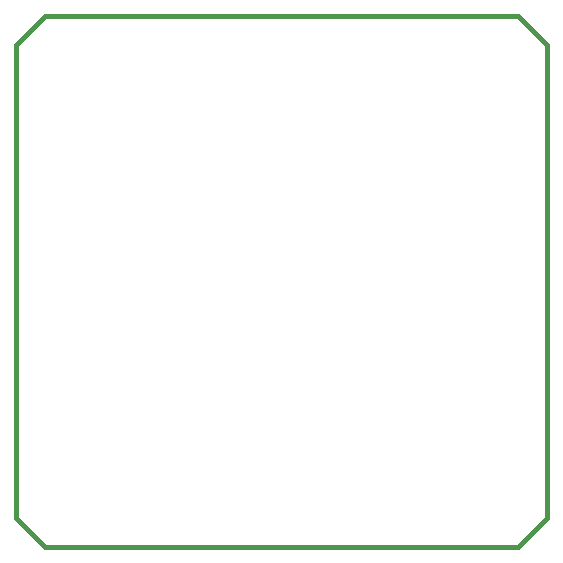
<source format=gko>
%FSLAX33Y33*%
%MOMM*%
%ADD10C,0.381*%
D10*
%LNpath-0*%
G01*
X-22500Y-20000D02*
X-20000Y-22500D01*
X20000Y-22500*
X22500Y-20000*
X22500Y20000*
X20000Y22500*
X-20000Y22500*
X-22500Y20000*
X-22500Y-20000*
%LNmechanical details_traces*%
M02*
</source>
